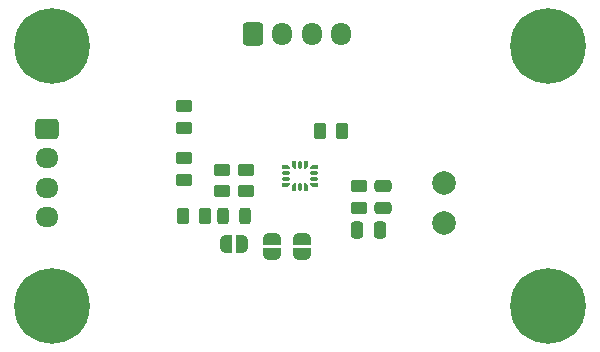
<source format=gbr>
%TF.GenerationSoftware,KiCad,Pcbnew,(6.0.6)*%
%TF.CreationDate,2022-09-15T15:55:45+09:00*%
%TF.ProjectId,LSM6DS3-breakout,4c534d36-4453-4332-9d62-7265616b6f75,rev?*%
%TF.SameCoordinates,Original*%
%TF.FileFunction,Soldermask,Top*%
%TF.FilePolarity,Negative*%
%FSLAX46Y46*%
G04 Gerber Fmt 4.6, Leading zero omitted, Abs format (unit mm)*
G04 Created by KiCad (PCBNEW (6.0.6)) date 2022-09-15 15:55:45*
%MOMM*%
%LPD*%
G01*
G04 APERTURE LIST*
G04 Aperture macros list*
%AMRoundRect*
0 Rectangle with rounded corners*
0 $1 Rounding radius*
0 $2 $3 $4 $5 $6 $7 $8 $9 X,Y pos of 4 corners*
0 Add a 4 corners polygon primitive as box body*
4,1,4,$2,$3,$4,$5,$6,$7,$8,$9,$2,$3,0*
0 Add four circle primitives for the rounded corners*
1,1,$1+$1,$2,$3*
1,1,$1+$1,$4,$5*
1,1,$1+$1,$6,$7*
1,1,$1+$1,$8,$9*
0 Add four rect primitives between the rounded corners*
20,1,$1+$1,$2,$3,$4,$5,0*
20,1,$1+$1,$4,$5,$6,$7,0*
20,1,$1+$1,$6,$7,$8,$9,0*
20,1,$1+$1,$8,$9,$2,$3,0*%
%AMFreePoly0*
4,1,48,0.036020,0.199191,0.037970,0.199714,0.040958,0.198321,0.057086,0.195477,0.069630,0.184951,0.084467,0.178033,0.290533,-0.028033,0.293203,-0.031847,0.294953,-0.032857,0.296081,-0.035957,0.305473,-0.049370,0.306900,-0.065680,0.312500,-0.081066,0.312500,-0.125000,0.310782,-0.134742,0.311361,-0.138024,0.309695,-0.140910,0.307977,-0.150652,0.295451,-0.165579,0.285709,-0.182453,
0.279350,-0.184767,0.275000,-0.189952,0.255809,-0.193336,0.237500,-0.200000,-0.237500,-0.200000,-0.247242,-0.198282,-0.250524,-0.198861,-0.253410,-0.197195,-0.263152,-0.195477,-0.278079,-0.182951,-0.294953,-0.173209,-0.297267,-0.166850,-0.302452,-0.162500,-0.305836,-0.143309,-0.312500,-0.125000,-0.312500,0.125000,-0.310782,0.134742,-0.311361,0.138024,-0.309695,0.140910,-0.307977,0.150652,
-0.295451,0.165579,-0.285709,0.182453,-0.279350,0.184767,-0.275000,0.189952,-0.255809,0.193336,-0.237500,0.200000,0.031434,0.200000,0.036020,0.199191,0.036020,0.199191,$1*%
%AMFreePoly1*
4,1,48,0.247242,0.198282,0.250524,0.198861,0.253410,0.197195,0.263152,0.195477,0.278079,0.182951,0.294953,0.173209,0.297267,0.166850,0.302452,0.162500,0.305836,0.143309,0.312500,0.125000,0.312500,0.081066,0.311691,0.076480,0.312214,0.074529,0.310820,0.071540,0.307977,0.055414,0.297452,0.042871,0.290533,0.028033,0.084467,-0.178033,0.080653,-0.180703,0.079643,-0.182453,
0.076543,-0.183581,0.063130,-0.192973,0.046819,-0.194400,0.031434,-0.200000,-0.237500,-0.200000,-0.247242,-0.198282,-0.250524,-0.198861,-0.253410,-0.197195,-0.263152,-0.195477,-0.278079,-0.182951,-0.294953,-0.173209,-0.297267,-0.166850,-0.302452,-0.162500,-0.305836,-0.143309,-0.312500,-0.125000,-0.312500,0.125000,-0.310782,0.134742,-0.311361,0.138024,-0.309695,0.140910,-0.307977,0.150652,
-0.295451,0.165579,-0.285709,0.182453,-0.279350,0.184767,-0.275000,0.189952,-0.255809,0.193336,-0.237500,0.200000,0.237500,0.200000,0.247242,0.198282,0.247242,0.198282,$1*%
%AMFreePoly2*
4,1,48,0.134742,0.310782,0.138024,0.311361,0.140910,0.309695,0.150652,0.307977,0.165579,0.295451,0.182453,0.285709,0.184767,0.279350,0.189952,0.275000,0.193336,0.255809,0.200000,0.237500,0.200000,-0.237500,0.198282,-0.247242,0.198861,-0.250524,0.197195,-0.253410,0.195477,-0.263152,0.182951,-0.278079,0.173209,-0.294953,0.166850,-0.297267,0.162500,-0.302452,0.143309,-0.305836,
0.125000,-0.312500,-0.125000,-0.312500,-0.134742,-0.310782,-0.138024,-0.311361,-0.140910,-0.309695,-0.150652,-0.307977,-0.165579,-0.295451,-0.182453,-0.285709,-0.184767,-0.279350,-0.189952,-0.275000,-0.193336,-0.255809,-0.200000,-0.237500,-0.200000,0.031434,-0.199191,0.036020,-0.199714,0.037970,-0.198321,0.040958,-0.195477,0.057086,-0.184951,0.069630,-0.178033,0.084467,0.028033,0.290533,
0.031847,0.293203,0.032857,0.294953,0.035957,0.296081,0.049370,0.305473,0.065680,0.306900,0.081066,0.312500,0.125000,0.312500,0.134742,0.310782,0.134742,0.310782,$1*%
%AMFreePoly3*
4,1,48,-0.076480,0.311691,-0.074530,0.312214,-0.071542,0.310821,-0.055414,0.307977,-0.042870,0.297451,-0.028033,0.290533,0.178033,0.084467,0.180703,0.080653,0.182453,0.079643,0.183581,0.076543,0.192973,0.063130,0.194400,0.046820,0.200000,0.031434,0.200000,-0.237500,0.198282,-0.247242,0.198861,-0.250524,0.197195,-0.253410,0.195477,-0.263152,0.182951,-0.278079,0.173209,-0.294953,
0.166850,-0.297267,0.162500,-0.302452,0.143309,-0.305836,0.125000,-0.312500,-0.125000,-0.312500,-0.134742,-0.310782,-0.138024,-0.311361,-0.140910,-0.309695,-0.150652,-0.307977,-0.165579,-0.295451,-0.182453,-0.285709,-0.184767,-0.279350,-0.189952,-0.275000,-0.193336,-0.255809,-0.200000,-0.237500,-0.200000,0.237500,-0.198282,0.247242,-0.198861,0.250524,-0.197195,0.253410,-0.195477,0.263152,
-0.182951,0.278079,-0.173209,0.294953,-0.166850,0.297267,-0.162500,0.302452,-0.143309,0.305836,-0.125000,0.312500,-0.081066,0.312500,-0.076480,0.311691,-0.076480,0.311691,$1*%
%AMFreePoly4*
4,1,48,0.247242,0.198282,0.250524,0.198861,0.253410,0.197195,0.263152,0.195477,0.278079,0.182951,0.294953,0.173209,0.297267,0.166850,0.302452,0.162500,0.305836,0.143309,0.312500,0.125000,0.312500,-0.125000,0.310782,-0.134742,0.311361,-0.138024,0.309695,-0.140910,0.307977,-0.150652,0.295451,-0.165579,0.285709,-0.182453,0.279350,-0.184767,0.275000,-0.189952,0.255809,-0.193336,
0.237500,-0.200000,-0.031434,-0.200000,-0.036020,-0.199191,-0.037971,-0.199714,-0.040960,-0.198320,-0.057086,-0.195477,-0.069629,-0.184952,-0.084467,-0.178033,-0.290533,0.028033,-0.293203,0.031847,-0.294953,0.032857,-0.296081,0.035957,-0.305473,0.049370,-0.306900,0.065681,-0.312500,0.081066,-0.312500,0.125000,-0.310782,0.134742,-0.311361,0.138024,-0.309695,0.140910,-0.307977,0.150652,
-0.295451,0.165579,-0.285709,0.182453,-0.279350,0.184767,-0.275000,0.189952,-0.255809,0.193336,-0.237500,0.200000,0.237500,0.200000,0.247242,0.198282,0.247242,0.198282,$1*%
%AMFreePoly5*
4,1,48,0.247242,0.198282,0.250524,0.198861,0.253410,0.197195,0.263152,0.195477,0.278079,0.182951,0.294953,0.173209,0.297267,0.166850,0.302452,0.162500,0.305836,0.143309,0.312500,0.125000,0.312500,-0.125000,0.310782,-0.134742,0.311361,-0.138024,0.309695,-0.140910,0.307977,-0.150652,0.295451,-0.165579,0.285709,-0.182453,0.279350,-0.184767,0.275000,-0.189952,0.255809,-0.193336,
0.237500,-0.200000,-0.237500,-0.200000,-0.247242,-0.198282,-0.250524,-0.198861,-0.253410,-0.197195,-0.263152,-0.195477,-0.278079,-0.182951,-0.294953,-0.173209,-0.297267,-0.166850,-0.302452,-0.162500,-0.305836,-0.143309,-0.312500,-0.125000,-0.312500,-0.081066,-0.311691,-0.076480,-0.312214,-0.074530,-0.310821,-0.071542,-0.307977,-0.055414,-0.297451,-0.042870,-0.290533,-0.028033,-0.084467,0.178033,
-0.080653,0.180703,-0.079643,0.182453,-0.076543,0.183581,-0.063130,0.192973,-0.046820,0.194400,-0.031434,0.200000,0.237500,0.200000,0.247242,0.198282,0.247242,0.198282,$1*%
%AMFreePoly6*
4,1,48,0.134742,0.310782,0.138024,0.311361,0.140910,0.309695,0.150652,0.307977,0.165579,0.295451,0.182453,0.285709,0.184767,0.279350,0.189952,0.275000,0.193336,0.255809,0.200000,0.237500,0.200000,-0.031434,0.199191,-0.036020,0.199714,-0.037971,0.198320,-0.040960,0.195477,-0.057086,0.184952,-0.069629,0.178033,-0.084467,-0.028033,-0.290533,-0.031847,-0.293203,-0.032857,-0.294953,
-0.035957,-0.296081,-0.049370,-0.305473,-0.065681,-0.306900,-0.081066,-0.312500,-0.125000,-0.312500,-0.134742,-0.310782,-0.138024,-0.311361,-0.140910,-0.309695,-0.150652,-0.307977,-0.165579,-0.295451,-0.182453,-0.285709,-0.184767,-0.279350,-0.189952,-0.275000,-0.193336,-0.255809,-0.200000,-0.237500,-0.200000,0.237500,-0.198282,0.247242,-0.198861,0.250524,-0.197195,0.253410,-0.195477,0.263152,
-0.182951,0.278079,-0.173209,0.294953,-0.166850,0.297267,-0.162500,0.302452,-0.143309,0.305836,-0.125000,0.312500,0.125000,0.312500,0.134742,0.310782,0.134742,0.310782,$1*%
%AMFreePoly7*
4,1,48,0.134742,0.310782,0.138024,0.311361,0.140910,0.309695,0.150652,0.307977,0.165579,0.295451,0.182453,0.285709,0.184767,0.279350,0.189952,0.275000,0.193336,0.255809,0.200000,0.237500,0.200000,-0.237500,0.198282,-0.247242,0.198861,-0.250524,0.197195,-0.253410,0.195477,-0.263152,0.182951,-0.278079,0.173209,-0.294953,0.166850,-0.297267,0.162500,-0.302452,0.143309,-0.305836,
0.125000,-0.312500,0.081066,-0.312500,0.076480,-0.311691,0.074529,-0.312214,0.071540,-0.310820,0.055414,-0.307977,0.042871,-0.297452,0.028033,-0.290533,-0.178033,-0.084467,-0.180703,-0.080653,-0.182453,-0.079643,-0.183581,-0.076543,-0.192973,-0.063130,-0.194400,-0.046819,-0.200000,-0.031434,-0.200000,0.237500,-0.198282,0.247242,-0.198861,0.250524,-0.197195,0.253410,-0.195477,0.263152,
-0.182951,0.278079,-0.173209,0.294953,-0.166850,0.297267,-0.162500,0.302452,-0.143309,0.305836,-0.125000,0.312500,0.125000,0.312500,0.134742,0.310782,0.134742,0.310782,$1*%
%AMFreePoly8*
4,1,22,0.500000,-0.750000,0.000000,-0.750000,0.000000,-0.745033,-0.079941,-0.743568,-0.215256,-0.701293,-0.333266,-0.622738,-0.424486,-0.514219,-0.481581,-0.384460,-0.499164,-0.250000,-0.500000,-0.250000,-0.500000,0.250000,-0.499164,0.250000,-0.499963,0.256109,-0.478152,0.396186,-0.417904,0.524511,-0.324060,0.630769,-0.204165,0.706417,-0.067858,0.745374,0.000000,0.744959,0.000000,0.750000,
0.500000,0.750000,0.500000,-0.750000,0.500000,-0.750000,$1*%
%AMFreePoly9*
4,1,20,0.000000,0.744959,0.073905,0.744508,0.209726,0.703889,0.328688,0.626782,0.421226,0.519385,0.479903,0.390333,0.500000,0.250000,0.500000,-0.250000,0.499851,-0.262216,0.476331,-0.402017,0.414519,-0.529596,0.319384,-0.634700,0.198574,-0.708877,0.061801,-0.746166,0.000000,-0.745033,0.000000,-0.750000,-0.500000,-0.750000,-0.500000,0.750000,0.000000,0.750000,0.000000,0.744959,
0.000000,0.744959,$1*%
G04 Aperture macros list end*
%ADD10C,0.800000*%
%ADD11C,6.400000*%
%ADD12RoundRect,0.250000X-0.250000X-0.475000X0.250000X-0.475000X0.250000X0.475000X-0.250000X0.475000X0*%
%ADD13RoundRect,0.250000X0.262500X0.450000X-0.262500X0.450000X-0.262500X-0.450000X0.262500X-0.450000X0*%
%ADD14RoundRect,0.250000X0.450000X-0.262500X0.450000X0.262500X-0.450000X0.262500X-0.450000X-0.262500X0*%
%ADD15C,2.000000*%
%ADD16RoundRect,0.250000X-0.600000X-0.725000X0.600000X-0.725000X0.600000X0.725000X-0.600000X0.725000X0*%
%ADD17O,1.700000X1.950000*%
%ADD18FreePoly0,0.000000*%
%ADD19RoundRect,0.100000X-0.212500X-0.100000X0.212500X-0.100000X0.212500X0.100000X-0.212500X0.100000X0*%
%ADD20FreePoly1,0.000000*%
%ADD21FreePoly2,0.000000*%
%ADD22RoundRect,0.100000X-0.100000X-0.212500X0.100000X-0.212500X0.100000X0.212500X-0.100000X0.212500X0*%
%ADD23FreePoly3,0.000000*%
%ADD24FreePoly4,0.000000*%
%ADD25FreePoly5,0.000000*%
%ADD26FreePoly6,0.000000*%
%ADD27FreePoly7,0.000000*%
%ADD28RoundRect,0.250000X-0.450000X0.262500X-0.450000X-0.262500X0.450000X-0.262500X0.450000X0.262500X0*%
%ADD29FreePoly8,180.000000*%
%ADD30FreePoly9,180.000000*%
%ADD31FreePoly8,270.000000*%
%ADD32FreePoly9,270.000000*%
%ADD33RoundRect,0.250000X-0.725000X0.600000X-0.725000X-0.600000X0.725000X-0.600000X0.725000X0.600000X0*%
%ADD34O,1.950000X1.700000*%
%ADD35RoundRect,0.250000X-0.262500X-0.450000X0.262500X-0.450000X0.262500X0.450000X-0.262500X0.450000X0*%
%ADD36RoundRect,0.243750X0.243750X0.456250X-0.243750X0.456250X-0.243750X-0.456250X0.243750X-0.456250X0*%
%ADD37RoundRect,0.250000X-0.475000X0.250000X-0.475000X-0.250000X0.475000X-0.250000X0.475000X0.250000X0*%
G04 APERTURE END LIST*
D10*
%TO.C,H3*%
X105697056Y-92697056D03*
X104000000Y-88600000D03*
X102302944Y-92697056D03*
X102302944Y-89302944D03*
D11*
X104000000Y-91000000D03*
D10*
X106400000Y-91000000D03*
X105697056Y-89302944D03*
X101600000Y-91000000D03*
X104000000Y-93400000D03*
%TD*%
D12*
%TO.C,C1*%
X129850000Y-84600000D03*
X131750000Y-84600000D03*
%TD*%
D13*
%TO.C,R3*%
X128512500Y-76200000D03*
X126687500Y-76200000D03*
%TD*%
D14*
%TO.C,FB1*%
X130000000Y-82712500D03*
X130000000Y-80887500D03*
%TD*%
D15*
%TO.C,TP2*%
X137200000Y-80600000D03*
%TD*%
D16*
%TO.C,J2*%
X121000000Y-68000000D03*
D17*
X123500000Y-68000000D03*
X126000000Y-68000000D03*
X128500000Y-68000000D03*
%TD*%
D18*
%TO.C,U1*%
X123837500Y-79250000D03*
D19*
X123837500Y-79750000D03*
X123837500Y-80250000D03*
D20*
X123837500Y-80750000D03*
D21*
X124500000Y-80912500D03*
D22*
X125000000Y-80912500D03*
D23*
X125500000Y-80912500D03*
D24*
X126162500Y-80750000D03*
D19*
X126162500Y-80250000D03*
X126162500Y-79750000D03*
D25*
X126162500Y-79250000D03*
D26*
X125500000Y-79087500D03*
D22*
X125000000Y-79087500D03*
D27*
X124500000Y-79087500D03*
%TD*%
D28*
%TO.C,R6*%
X120400000Y-79487500D03*
X120400000Y-81312500D03*
%TD*%
%TO.C,R2*%
X115200000Y-74087500D03*
X115200000Y-75912500D03*
%TD*%
D10*
%TO.C,H4*%
X102302944Y-70697056D03*
X104000000Y-71400000D03*
D11*
X104000000Y-69000000D03*
D10*
X101600000Y-69000000D03*
X102302944Y-67302944D03*
X104000000Y-66600000D03*
X105697056Y-67302944D03*
X105697056Y-70697056D03*
X106400000Y-69000000D03*
%TD*%
D29*
%TO.C,JP1*%
X120050000Y-85800000D03*
D30*
X118750000Y-85800000D03*
%TD*%
D31*
%TO.C,JP3*%
X122600000Y-85350000D03*
D32*
X122600000Y-86650000D03*
%TD*%
D33*
%TO.C,J1*%
X103600000Y-76000000D03*
D34*
X103600000Y-78500000D03*
X103600000Y-81000000D03*
X103600000Y-83500000D03*
%TD*%
D35*
%TO.C,R1*%
X115087500Y-83400000D03*
X116912500Y-83400000D03*
%TD*%
D36*
%TO.C,D1*%
X120337500Y-83400000D03*
X118462500Y-83400000D03*
%TD*%
D31*
%TO.C,JP2*%
X125200000Y-85350000D03*
D32*
X125200000Y-86650000D03*
%TD*%
D11*
%TO.C,H2*%
X146000000Y-91000000D03*
D10*
X146000000Y-93400000D03*
X144302944Y-92697056D03*
X147697056Y-92697056D03*
X148400000Y-91000000D03*
X143600000Y-91000000D03*
X144302944Y-89302944D03*
X147697056Y-89302944D03*
X146000000Y-88600000D03*
%TD*%
%TO.C,H1*%
X143600000Y-69000000D03*
X146000000Y-66600000D03*
X148400000Y-69000000D03*
X147697056Y-67302944D03*
X144302944Y-70697056D03*
X144302944Y-67302944D03*
X147697056Y-70697056D03*
X146000000Y-71400000D03*
D11*
X146000000Y-69000000D03*
%TD*%
D14*
%TO.C,R4*%
X115200000Y-80312500D03*
X115200000Y-78487500D03*
%TD*%
D37*
%TO.C,C2*%
X132000000Y-80850000D03*
X132000000Y-82750000D03*
%TD*%
D15*
%TO.C,TP1*%
X137200000Y-84000000D03*
%TD*%
D14*
%TO.C,R5*%
X118400000Y-81312500D03*
X118400000Y-79487500D03*
%TD*%
M02*

</source>
